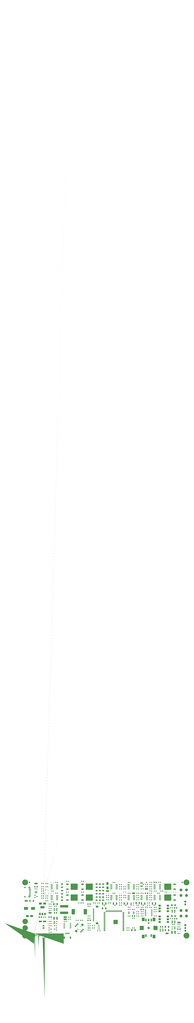
<source format=gbr>
G04 #@! TF.GenerationSoftware,KiCad,Pcbnew,7.0.8*
G04 #@! TF.CreationDate,2024-04-21T12:19:53-07:00*
G04 #@! TF.ProjectId,UsbSourceMeasure,55736253-6f75-4726-9365-4d6561737572,rev?*
G04 #@! TF.SameCoordinates,PX8f0d180PY7270e00*
G04 #@! TF.FileFunction,Soldermask,Top*
G04 #@! TF.FilePolarity,Negative*
%FSLAX46Y46*%
G04 Gerber Fmt 4.6, Leading zero omitted, Abs format (unit mm)*
G04 Created by KiCad (PCBNEW 7.0.8) date 2024-04-21 12:19:53*
%MOMM*%
%LPD*%
G01*
G04 APERTURE LIST*
G04 Aperture macros list*
%AMRoundRect*
0 Rectangle with rounded corners*
0 $1 Rounding radius*
0 $2 $3 $4 $5 $6 $7 $8 $9 X,Y pos of 4 corners*
0 Add a 4 corners polygon primitive as box body*
4,1,4,$2,$3,$4,$5,$6,$7,$8,$9,$2,$3,0*
0 Add four circle primitives for the rounded corners*
1,1,$1+$1,$2,$3*
1,1,$1+$1,$4,$5*
1,1,$1+$1,$6,$7*
1,1,$1+$1,$8,$9*
0 Add four rect primitives between the rounded corners*
20,1,$1+$1,$2,$3,$4,$5,0*
20,1,$1+$1,$4,$5,$6,$7,0*
20,1,$1+$1,$6,$7,$8,$9,0*
20,1,$1+$1,$8,$9,$2,$3,0*%
%AMRotRect*
0 Rectangle, with rotation*
0 The origin of the aperture is its center*
0 $1 length*
0 $2 width*
0 $3 Rotation angle, in degrees counterclockwise*
0 Add horizontal line*
21,1,$1,$2,0,0,$3*%
%AMFreePoly0*
4,1,107,4.000131,0.000004,4.000131,-3.982979,-0.000004,-3.982979,-0.000005,-0.854548,0.936157,-0.854548,0.936157,-0.858863,0.940434,-3.134843,1.588893,-3.134843,1.611884,-3.100844,1.633176,-3.065877,1.652739,-3.030009,1.670551,-2.993306,1.686586,-2.955827,1.700818,-2.917640,1.713220,-2.878808,1.723766,-2.839396,1.732432,-2.799472,1.739192,-2.759095,1.743745,-2.717394,1.746248,-2.675653,
1.746712,-2.633940,1.745148,-2.592330,1.741569,-2.550897,1.735985,-2.509710,1.728408,-2.468844,1.718850,-2.428373,1.707323,-2.388365,1.693838,-2.348899,1.678406,-2.310038,1.661039,-2.271866,1.641750,-2.234450,1.620549,-2.197861,1.597445,-2.162169,1.597452,-2.162164,1.629285,-2.179133,1.660284,-2.197709,1.690331,-2.217715,1.719304,-2.238974,1.747082,-2.261307,1.773546,-2.284537,
1.802314,-2.311059,1.831203,-2.337822,1.861047,-2.362916,1.892678,-2.384431,1.926934,-2.400458,1.964649,-2.409088,2.003031,-2.409908,2.038540,-2.402782,2.071523,-2.388775,2.102329,-2.368957,2.131305,-2.344397,2.158800,-2.316166,2.185161,-2.285334,2.210738,-2.252967,2.235876,-2.220138,2.260927,-2.187915,2.287705,-2.155213,2.316441,-2.124162,2.347033,-2.094863,2.379377,-2.067420,
2.413372,-2.041932,2.413375,-2.041939,2.397989,-2.076913,2.383089,-2.111926,2.368645,-2.147012,2.354612,-2.182212,2.340954,-2.217562,2.327635,-2.253098,2.314614,-2.288862,2.301936,-2.325856,2.289635,-2.363044,2.277663,-2.400404,2.265971,-2.437920,2.254511,-2.475570,2.243236,-2.513335,2.232095,-2.551199,2.221042,-2.589139,2.199005,-2.665179,2.187924,-2.703238,2.176159,-2.742420,
2.164289,-2.781508,2.152314,-2.820507,2.140232,-2.859430,2.128045,-2.898285,2.115751,-2.937081,2.103350,-2.975830,2.090843,-3.014538,2.078229,-3.053220,2.065507,-3.091880,2.052680,-3.130524,3.063970,-3.130524,3.063970,-0.856687,2.406959,-0.856687,2.406959,-1.631841,2.406956,-1.631845,1.998995,-1.432141,1.591030,-1.625385,1.591029,-0.854548,0.936157,-0.854548,-0.000005,-0.854548,
-0.000004,-0.000003,-0.000005,0.000000,-0.000004,0.000004,0.000000,0.000005,0.000003,0.000004,4.000127,0.000005,4.000131,0.000004,4.000131,0.000004,$1*%
%AMFreePoly1*
4,1,33,0.036027,-0.003545,0.070675,-0.014059,0.102598,-0.031126,0.130582,-0.054096,0.153545,-0.082086,0.170606,-0.114015,0.181110,-0.148661,0.184652,-0.184690,0.181103,-0.220713,0.170591,-0.255354,0.153530,-0.287274,0.130564,-0.315258,0.102580,-0.338220,0.070661,-0.355283,0.036022,-0.365792,0.000000,-0.369341,-0.036030,-0.365799,-0.070678,-0.355292,-0.102606,-0.338233,-0.130595,-0.315266,
-0.153564,-0.287282,-0.170632,-0.255361,-0.181144,-0.220713,-0.184694,-0.184689,-0.181150,-0.148651,-0.170641,-0.114001,-0.153576,-0.082067,-0.130608,-0.054080,-0.102615,-0.031109,-0.070681,-0.014044,-0.036033,-0.003538,0.000000,0.000005,0.036027,-0.003545,0.036027,-0.003545,$1*%
%AMFreePoly2*
4,1,658,0.539101,1.999822,0.607558,1.997641,0.674360,1.987085,0.738750,1.966967,0.799970,1.936100,0.857261,1.893296,0.909867,1.837368,0.947295,1.779784,0.972828,1.717646,0.987031,1.652537,0.990468,1.586037,0.983704,1.519730,0.967304,1.455197,0.941833,1.394021,0.907855,1.337782,0.865936,1.288063,0.816639,1.246447,0.762246,1.208846,0.702445,1.170308,0.638782,1.134532,
0.572800,1.105214,0.500333,1.076862,0.428842,1.046260,0.358375,1.013458,0.288979,0.978504,0.220702,0.941447,0.153590,0.902336,0.087693,0.861220,0.023055,0.818147,-0.040273,0.773167,-0.102246,0.726327,-0.162816,0.677678,-0.221936,0.627268,-0.279557,0.575145,-0.335634,0.521359,-0.390117,0.465958,-0.442960,0.408991,-0.494116,0.350508,-0.543537,0.290556,-0.591175,0.229185,
-0.636983,0.166443,-0.680914,0.102380,-0.722920,0.037044,-0.762955,-0.029516,-0.800969,-0.097251,-0.836917,-0.166112,-0.870750,-0.236051,-0.902422,-0.307018,-0.931884,-0.378965,-0.946361,-0.417472,-0.963538,-0.465849,-0.980395,-0.518348,-0.993907,-0.569222,-1.001051,-0.612725,-0.998806,-0.643109,-0.984147,-0.654629,-0.954052,-0.641537,-0.905498,-0.598087,-0.848121,-0.530761,-0.788262,-0.466464,
-0.726190,-0.405350,-0.662178,-0.347576,-0.596498,-0.293296,-0.529420,-0.242667,-0.461216,-0.195844,-0.392157,-0.152983,-0.322515,-0.114239,-0.252562,-0.079768,-0.182569,-0.049726,-0.112807,-0.024268,-0.043548,-0.003550,0.024937,0.012273,0.092376,0.023046,0.158498,0.028611,0.223032,0.028815,0.285705,0.023500,0.346246,0.012513,0.404385,-0.004304,0.408357,-0.005496,0.368444,0.054794,
0.334086,0.119384,0.304953,0.188773,0.280715,0.263459,0.228172,0.327517,0.181038,0.395393,0.141332,0.465874,0.111074,0.537750,0.092286,0.609808,0.086988,0.680838,0.094342,0.730381,0.189144,0.730381,0.250139,0.698352,0.308373,0.652761,0.358574,0.598830,0.395470,0.541779,0.350337,0.497117,0.329829,0.445952,0.321278,0.383330,0.312018,0.304298,0.281548,0.338867,
0.248832,0.377656,0.282139,0.332819,0.318217,0.289832,0.323224,0.280692,0.347778,0.201607,0.376724,0.128835,0.411641,0.062312,0.454109,0.001974,0.505706,-0.052242,0.542835,-0.085665,0.584787,-0.112805,0.619671,-0.131536,0.650185,-0.154342,0.676663,-0.180615,0.699436,-0.209746,0.718839,-0.241128,0.735205,-0.274152,0.748865,-0.308211,0.760154,-0.342697,0.769405,-0.377003,
0.776950,-0.410519,0.783122,-0.442639,0.788255,-0.472754,0.792681,-0.500257,0.796734,-0.524539,0.800746,-0.544993,0.805051,-0.561011,0.809982,-0.571985,0.815871,-0.577307,0.823052,-0.576369,0.831857,-0.568563,0.842620,-0.553282,0.855674,-0.529917,0.871352,-0.497861,0.889986,-0.456505,0.911910,-0.405242,0.937457,-0.343465,0.966960,-0.270564,1.000752,-0.185932,1.039165,-0.088961,
1.041151,-0.086178,1.045284,-0.079184,1.089694,-0.027221,1.129538,0.023621,1.164260,0.076409,1.193304,0.134212,1.216116,0.200098,1.232138,0.277133,1.240817,0.368387,1.241595,0.476926,1.245250,0.490120,1.260567,0.523843,1.276087,0.576751,1.282128,0.604489,1.262599,0.545794,1.241752,0.500849,1.212676,0.553102,1.181745,0.613607,1.136270,0.669772,1.063562,0.709003,
1.082841,0.745254,1.121490,0.806984,1.175186,0.876272,1.239599,0.935191,1.168720,0.914744,1.093846,0.875983,1.030010,0.829953,0.979282,0.783640,0.949434,0.746513,0.935048,0.735784,0.953408,0.730697,0.994801,0.710555,0.987773,0.692825,0.950583,0.677886,0.901489,0.666116,0.858749,0.657895,0.812120,0.654325,0.755893,0.651701,0.690015,0.638484,0.614433,0.603134,
0.559986,0.574983,0.506106,0.556576,0.462431,0.550422,0.438600,0.559028,0.444249,0.584903,0.489016,0.630554,0.467398,0.633020,0.384470,0.682968,0.310504,0.713445,0.245422,0.728050,0.189144,0.730381,0.094342,0.730381,0.097199,0.749627,0.113174,0.765762,0.167587,0.775563,0.232265,0.775198,0.306495,0.761173,0.389564,0.729997,0.480762,0.678176,0.571969,0.732862,
0.650122,0.767051,0.719636,0.784889,0.784928,0.790520,0.850416,0.788088,0.920515,0.781737,0.957270,0.825789,1.007863,0.871142,1.069537,0.914784,1.130204,0.949026,1.192633,0.974340,1.254325,0.986076,1.295256,0.983772,1.310436,0.973758,1.333537,0.921076,1.345122,0.856568,1.347650,0.784410,1.343579,0.708777,1.334498,0.634237,1.321086,0.565796,1.305880,0.514405,
1.287626,0.474396,1.286828,0.375931,1.279356,0.290126,1.265743,0.215225,1.246526,0.149470,1.222240,0.091107,1.193420,0.038378,1.160603,-0.010474,1.124322,-0.057205,1.085115,-0.103571,1.083446,-0.177576,1.076010,-0.250378,1.062782,-0.322162,1.043740,-0.393113,1.018860,-0.463416,0.988118,-0.533256,0.951492,-0.602817,0.908956,-0.672286,0.860489,-0.741846,0.806065,-0.811683,
0.745663,-0.881982,0.756472,-0.947711,0.770287,-1.014301,0.785641,-1.068836,0.813632,-1.145055,0.840752,-1.216629,0.867101,-1.284661,0.892779,-1.350253,0.917886,-1.414509,0.942522,-1.478530,0.966788,-1.543419,0.995910,-1.566312,1.044757,-1.588007,1.114539,-1.620275,1.149271,-1.660650,1.170141,-1.713305,1.189088,-1.780579,1.204985,-1.857120,1.204578,-1.935837,1.164771,-1.974521,
1.134344,-1.992754,1.110603,-1.994380,1.090852,-1.983243,1.072396,-1.963189,1.052539,-1.938060,1.028587,-1.911701,0.997845,-1.887956,0.957616,-1.870669,0.905207,-1.863685,0.837921,-1.870847,0.790739,-1.821326,0.738478,-1.767941,0.689627,-1.721032,0.652676,-1.690938,0.610474,-1.656847,0.672466,-1.656847,0.717101,-1.686805,0.762452,-1.726934,0.808431,-1.773687,0.854948,-1.823514,
0.937657,-1.826875,0.998358,-1.840582,1.041037,-1.861171,1.069678,-1.885180,1.088267,-1.909143,1.100790,-1.929596,1.111231,-1.943078,1.123577,-1.946122,1.141811,-1.935266,1.169921,-1.907045,1.162370,-1.847119,1.147207,-1.778334,1.130000,-1.719125,1.112538,-1.675128,1.091078,-1.649774,1.028688,-1.621321,0.974150,-1.596768,0.935857,-1.566322,0.902902,-1.617607,0.856084,-1.648684,
0.783305,-1.661212,0.672466,-1.656847,0.610474,-1.656847,0.599741,-1.648177,0.550497,-1.593563,0.504178,-1.530891,0.460018,-1.463956,0.417254,-1.396551,0.375121,-1.332472,0.356046,-1.304973,0.311220,-1.351308,0.270587,-1.389044,0.217366,-1.432260,0.156358,-1.477409,0.092364,-1.520940,0.030185,-1.559303,-0.022276,-1.593506,-0.038723,-1.613269,-0.005080,-1.629350,0.069129,-1.652214,
0.143252,-1.670774,0.186679,-1.674061,0.233570,-1.664692,0.314460,-1.649623,0.393123,-1.643189,0.453327,-1.646650,0.513146,-1.679772,0.569286,-1.742263,0.578539,-1.788453,0.555219,-1.822854,0.479669,-1.832427,0.404325,-1.842175,0.329128,-1.851650,0.254019,-1.860408,0.178940,-1.868002,0.103831,-1.873987,0.028633,-1.877915,-0.046712,-1.879341,-0.122263,-1.877819,-0.198080,-1.872903,
-0.274221,-1.864147,-0.349911,-1.869629,-0.424301,-1.874062,-0.497422,-1.876816,-0.569307,-1.877257,-0.639986,-1.874753,-0.709492,-1.868674,-0.777858,-1.858385,-0.845114,-1.843257,-0.849367,-1.841933,0.066982,-1.841933,0.537017,-1.783914,0.538844,-1.779542,0.535031,-1.760547,0.486708,-1.706979,0.444028,-1.681943,0.397453,-1.679799,0.328307,-1.684647,0.328307,-1.684566,0.283465,-1.690808,
0.240802,-1.699587,0.181923,-1.713413,0.151341,-1.720237,0.140215,-1.724128,0.139704,-1.729153,0.140966,-1.739378,0.135160,-1.758871,0.113446,-1.791701,0.066982,-1.841933,-0.849367,-1.841933,-0.911294,-1.822656,-0.976429,-1.795950,-1.040551,-1.762507,-1.103692,-1.721696,-1.165885,-1.672884,-1.212348,-1.618354,-1.252161,-1.557398,-1.285243,-1.490137,-1.311512,-1.416691,-1.330885,-1.337181,
-1.343281,-1.251728,-1.347564,-1.177441,-1.348448,-1.100429,-1.346083,-1.021242,-1.340618,-0.940434,-1.332202,-0.858555,-1.320985,-0.776158,-1.307116,-0.693795,-1.290746,-0.612017,-1.272023,-0.531377,-1.251097,-0.452427,-1.233093,-0.392328,-1.206022,-0.392328,-1.190921,-0.397097,-1.131191,-0.417022,-1.071645,-0.439421,-1.011776,-0.464812,-0.997391,-0.471329,-0.991351,-0.456785,-0.973468,-0.414926,
-0.955665,-0.370710,-0.950499,-0.357119,-0.963772,-0.351238,-1.023700,-0.325892,-1.085894,-0.302167,-1.149513,-0.280502,-1.158414,-0.277641,-1.165013,-0.284238,-1.167474,-0.286623,-1.168667,-0.289642,-1.185134,-0.333344,-1.200856,-0.377386,-1.206022,-0.392328,-1.233093,-0.392328,-1.228117,-0.375718,-1.201868,-0.302651,-1.173540,-0.230383,-1.143174,-0.158956,-1.130459,-0.131242,-1.101825,-0.131242,
-1.087281,-0.137600,-1.028718,-0.164327,-0.970553,-0.193585,-0.911952,-0.225663,-0.897487,-0.233928,-0.890413,-0.218827,-0.870811,-0.177318,-0.850595,-0.136408,-0.843839,-0.123294,-0.856714,-0.115982,-0.913735,-0.084696,-0.973001,-0.054224,-1.034189,-0.025536,-1.047463,-0.019655,-1.054059,-0.032609,-1.074941,-0.074637,-1.095070,-0.116936,-1.101825,-0.131242,-1.130459,-0.131242,-1.110809,-0.088412,
-1.076483,-0.018796,-1.040237,0.049852,-1.004776,0.112756,-0.974183,0.112756,-0.958765,0.105603,-0.901341,0.076836,-0.844946,0.044516,-0.788999,0.008401,-0.775487,-0.000739,-0.767142,0.013250,-0.743414,0.052895,-0.719217,0.091774,-0.710951,0.104411,-0.723509,0.112836,-0.778131,0.148142,-0.836070,0.182053,-0.896454,0.213138,-0.908693,0.218940,-0.916005,0.207495,-0.941062,0.167633,
-0.965441,0.127381,-0.974183,0.112756,-1.004776,0.112756,-1.002109,0.117487,-0.962140,0.184068,-0.920369,0.249551,-0.876834,0.313894,-0.851589,0.349125,-0.819439,0.349125,-0.804974,0.340382,-0.750711,0.306107,-0.696836,0.268967,-0.642679,0.229033,-0.630280,0.219655,-0.621061,0.232133,-0.593328,0.268939,-0.565029,0.305174,-0.555253,0.317493,-0.567652,0.327030,-0.619609,0.365670,
-0.674924,0.404138,-0.732490,0.440764,-0.744094,0.447758,-0.752518,0.437107,-0.781263,0.400157,-0.809425,0.362716,-0.819439,0.349125,-0.851589,0.349125,-0.831576,0.377054,-0.784634,0.438987,-0.736047,0.499653,-0.685855,0.559007,-0.674985,0.571188,-0.639897,0.571188,-0.625909,0.561173,-0.574343,0.522672,-0.523735,0.481675,-0.473152,0.437426,-0.461786,0.427093,-0.451454,0.438459,
-0.420100,0.471995,-0.388031,0.505141,-0.376903,0.516507,-0.388666,0.527236,-0.437989,0.570687,-0.490177,0.613448,-0.544444,0.654322,-0.555253,0.662111,-0.564473,0.652494,-0.596716,0.618480,-0.628373,0.583984,-0.639897,0.571188,-0.674985,0.571188,-0.634097,0.617007,-0.580813,0.673610,-0.526041,0.728773,-0.481240,0.771552,-0.442791,0.771552,-0.428406,0.760346,-0.378284,0.719168,
-0.329697,0.675354,-0.282086,0.628730,-0.271754,0.618239,-0.260865,0.628094,-0.226316,0.658016,-0.190924,0.687623,-0.178128,0.698273,-0.189811,0.710116,-0.236743,0.756540,-0.286368,0.802378,-0.338436,0.846660,-0.348371,0.854767,-0.358067,0.846421,-0.393922,0.815408,-0.429280,0.783792,-0.442791,0.771552,-0.481240,0.771552,-0.469822,0.782455,-0.412195,0.834611,-0.353199,0.885199,
-0.292874,0.934177,-0.264950,0.955624,-0.222239,0.955624,-0.208966,0.943067,-0.163067,0.897795,-0.117585,0.850019,-0.071707,0.799767,-0.062408,0.789435,-0.051201,0.797621,-0.013563,0.824218,0.024780,0.850316,0.039324,0.860171,0.027721,0.873285,-0.016237,0.921930,-0.062630,0.971223,-0.111049,1.019922,-0.120109,1.028745,-0.130521,1.021512,-0.169226,0.994357,-0.207535,0.966513,
-0.222239,0.955624,-0.264950,0.955624,-0.231259,0.981501,-0.168393,1.027130,-0.104316,1.071019,-0.041495,1.111561,0.008408,1.111561,0.021760,1.097573,0.065671,1.049643,0.108075,0.999192,0.149561,0.945769,0.157827,0.934801,0.169669,0.941715,0.209867,0.964619,0.250578,0.986859,0.266156,0.995205,0.255665,1.009511,0.215784,1.061849,0.172640,1.114719,0.126830,1.166322,
0.118644,1.175064,0.108153,1.169342,0.066345,1.145725,0.025018,1.121416,0.008408,1.111561,-0.041495,1.111561,-0.039068,1.113127,0.027313,1.153410,0.094786,1.191827,0.163313,1.228334,0.198303,1.245720,0.258049,1.245720,0.272117,1.230699,0.316509,1.180743,0.358391,1.128010,0.396739,1.073729,0.403892,1.062841,0.415814,1.068166,0.458510,1.087186,0.501253,1.105282,
0.518500,1.112197,0.508485,1.127774,0.470389,1.183780,0.428851,1.238214,0.384499,1.290387,0.377505,1.298255,0.367649,1.294520,0.320718,1.275681,0.276329,1.255019,0.258049,1.245720,0.198303,1.245720,0.232854,1.262888,0.293742,1.290200,0.357548,1.315170,0.422661,1.340339,0.459112,1.356037,0.523109,1.356037,0.536462,1.341094,0.580772,1.288958,0.620883,1.236456,
0.655600,1.185317,0.663309,1.173156,0.675946,1.180071,0.718232,1.204903,0.758763,1.232925,0.770049,1.241508,0.762419,1.253430,0.725662,1.306841,0.684391,1.359600,0.639625,1.411353,0.630167,1.421844,0.618881,1.413261,0.580894,1.387379,0.540913,1.365097,0.523109,1.356037,0.459112,1.356037,0.487468,1.368249,0.550359,1.401443,0.609722,1.442463,0.663945,1.493852,
0.686429,1.535811,0.692671,1.589111,0.676185,1.640728,0.625980,1.693086,0.551642,1.710113,0.493154,1.700896,0.437645,1.685006,0.383992,1.675418,0.331071,1.685105,0.277760,1.727041,0.247097,1.786282,0.250814,1.844256,0.280839,1.896894,0.329103,1.940123,0.392626,1.973563,0.462266,1.992742,0.539005,1.999890,0.539101,1.999822,0.539101,1.999822,$1*%
%AMFreePoly3*
4,1,596,0.029440,-0.000717,0.058811,-0.002883,0.088039,-0.006486,0.117055,-0.011519,0.145788,-0.017968,0.174172,-0.025819,0.202135,-0.035052,0.229611,-0.045645,0.256536,-0.057576,0.282841,-0.070810,0.308463,-0.085317,0.333343,-0.101065,0.357421,-0.118014,0.380637,-0.136123,0.402936,-0.155349,0.424266,-0.175647,0.444572,-0.196965,0.463808,-0.219253,0.481926,-0.242458,0.498883,-0.266524,
0.514639,-0.291393,0.529154,-0.317004,0.542396,-0.343296,0.554330,-0.370206,0.564929,-0.397668,0.574167,-0.425619,0.582021,-0.453987,0.588474,-0.482707,0.593509,-0.511708,0.597114,-0.540923,0.599280,-0.570278,0.600003,-0.599704,0.598396,-0.643017,0.593668,-0.686061,0.593795,-0.685749,0.593802,-0.685754,0.607867,-0.710266,0.622961,-0.734161,0.639055,-0.757396,0.656120,-0.779927,
0.674125,-0.801715,0.693039,-0.822719,0.712825,-0.842904,0.733452,-0.862232,0.754879,-0.880669,0.777069,-0.898181,0.799983,-0.914737,0.823577,-0.930307,0.847811,-0.944863,0.872644,-0.958379,0.898021,-0.970829,0.923911,-0.982196,0.923907,-0.982203,0.896618,-0.989595,0.869040,-0.995825,0.841222,-1.000879,0.813215,-1.004751,0.785069,-1.007431,0.756835,-1.008917,0.728563,-1.009205,
0.700304,-1.008294,0.672109,-1.006187,0.644029,-1.002887,0.616114,-0.998399,0.588415,-0.992733,0.560980,-0.985898,0.533861,-0.977906,0.507105,-0.968772,0.480758,-0.958510,0.481363,-0.957024,0.462548,-0.981125,0.442502,-1.004262,0.421301,-1.026348,0.399000,-1.047323,0.375658,-1.067134,0.351335,-1.085728,0.326090,-1.103060,0.299998,-1.119080,0.299515,-1.119048,0.324998,-1.142825,
0.349704,-1.167410,0.373603,-1.192774,0.396677,-1.218896,0.418907,-1.245757,0.440275,-1.273334,0.460764,-1.301605,0.480358,-1.330547,0.499040,-1.360138,0.516797,-1.390355,0.533613,-1.421172,0.549476,-1.452564,0.564372,-1.484506,0.578289,-1.516974,0.591217,-1.549941,0.603145,-1.583380,0.614063,-1.617267,0.623963,-1.651571,0.632837,-1.686266,0.640677,-1.721324,0.647478,-1.756718,
0.653234,-1.792418,0.657941,-1.828397,0.661594,-1.864627,0.664190,-1.901076,0.665728,-1.937716,0.666207,-1.974517,0.665625,-2.011453,0.663984,-2.048489,0.661285,-2.085600,0.657529,-2.122752,0.652721,-2.159921,0.646863,-2.197071,0.639961,-2.234176,0.632019,-2.271206,0.623045,-2.308129,0.613046,-2.344919,0.602029,-2.381543,0.590003,-2.417974,0.576979,-2.454182,0.562964,-2.490139,
0.547976,-2.525812,0.532018,-2.561179,0.515112,-2.596205,0.497264,-2.630867,0.478492,-2.665135,0.458809,-2.698984,0.438233,-2.732386,0.416783,-2.765307,0.394470,-2.797729,0.371315,-2.829625,0.347337,-2.860968,0.322554,-2.891732,0.296986,-2.921894,0.270653,-2.951430,0.243579,-2.980314,0.215779,-3.008527,0.187287,-3.036039,0.158115,-3.062837,0.128289,-3.088893,0.097835,-3.114190,
0.066777,-3.138705,0.035139,-3.162419,0.003065,-3.185229,0.006784,-3.191718,0.009651,-3.199064,0.114415,-3.544087,0.139714,-3.533658,0.165294,-3.523923,0.191131,-3.514891,0.217207,-3.506569,0.243500,-3.498963,0.269991,-3.492080,0.296661,-3.485923,0.323489,-3.480499,0.350456,-3.475811,0.377541,-3.471862,0.404726,-3.468656,0.431986,-3.466194,0.459304,-3.464479,0.486659,-3.463512,
0.514030,-3.463294,0.541402,-3.463827,0.541403,-3.463831,0.494284,-3.483372,0.474774,-3.530476,0.494284,-3.577580,0.541402,-3.597121,0.541398,-3.597128,0.493785,-3.616381,0.473999,-3.663753,0.493785,-3.711125,0.541402,-3.730381,0.541397,-3.730388,0.513052,-3.730933,0.484703,-3.730675,0.456372,-3.729614,0.428085,-3.727750,0.399859,-3.725085,0.371721,-3.721621,0.343693,-3.717362,
0.315798,-3.712312,0.288056,-3.706472,0.260491,-3.699849,0.233126,-3.692447,0.205981,-3.684273,0.179076,-3.675332,0.152441,-3.665635,0.126089,-3.655185,0.100045,-3.643993,0.095258,-3.646286,0.090259,-3.648090,0.049610,-3.644109,0.023696,-3.612548,0.021217,-3.604392,0.014625,-3.600785,0.008057,-3.597121,0.012742,-3.594505,0.017425,-3.591922,-0.088345,-3.243604,-0.135148,-3.270352,
-0.182738,-3.295394,-0.231042,-3.318693,-0.279988,-3.340214,-0.329502,-3.359924,-0.379511,-3.377793,-0.429936,-3.393795,-0.480708,-3.407906,-0.480963,-3.407547,-0.480207,-3.415243,-0.446066,-3.761711,-0.421205,-3.751719,-0.396077,-3.742395,-0.370708,-3.733747,-0.345117,-3.725782,-0.319321,-3.718505,-0.293340,-3.711922,-0.267191,-3.706037,-0.240894,-3.700855,-0.214467,-3.696379,-0.187930,-3.692612,
-0.161301,-3.689558,-0.134600,-3.687218,-0.107846,-3.685594,-0.081058,-3.684688,-0.054255,-3.684499,-0.027452,-3.685032,-0.027455,-3.685039,-0.075068,-3.704291,-0.094854,-3.751664,-0.075068,-3.799036,-0.027452,-3.818296,-0.074117,-3.838071,-0.093382,-3.884923,-0.074116,-3.931775,-0.027452,-3.951552,-0.027457,-3.951559,-0.055804,-3.952105,-0.084155,-3.951847,-0.112489,-3.950786,-0.140779,-3.948923,
-0.169006,-3.946259,-0.197146,-3.942795,-0.225176,-3.938536,-0.253074,-3.933486,-0.280819,-3.927646,-0.308385,-3.921023,-0.335753,-3.913621,-0.362900,-3.905446,-0.389804,-3.896506,-0.416444,-3.886806,-0.442798,-3.876356,-0.468843,-3.865164,-0.478580,-3.869226,-0.488931,-3.871292,-0.526879,-3.860219,-0.546775,-3.826078,-0.553799,-3.822217,-0.560798,-3.818296,-0.560793,-3.818289,-0.554640,-3.814842,
-0.548464,-3.811438,-0.585976,-3.430657,-0.615532,-3.435636,-0.645370,-3.439999,-0.675217,-3.443700,-0.705053,-3.446737,-0.734864,-3.449108,-0.764637,-3.450813,-0.794355,-3.451850,-0.824003,-3.452219,-0.853567,-3.451919,-0.883030,-3.450951,-0.912379,-3.449316,-0.941598,-3.447014,-0.970672,-3.444046,-0.999586,-3.440413,-1.028326,-3.436119,-1.056877,-3.431164,-1.085225,-3.425551,-1.113355,-3.419284,
-1.141254,-3.412365,-1.168905,-3.404799,-1.196297,-3.396587,-1.223414,-3.387735,-1.250242,-3.378250,-1.276768,-3.368132,-1.302980,-3.357389,-1.328862,-3.346026,-1.354403,-3.334049,-1.379589,-3.321462,-1.404408,-3.308275,-1.428846,-3.294493,-1.452891,-3.280122,-1.476529,-3.265172,-1.477022,-3.265077,-1.446543,-3.224474,-1.417636,-3.182746,-1.390340,-3.139949,-1.364694,-3.096144,-1.340734,-3.051392,
-1.318499,-3.005764,-1.298017,-2.959321,-1.279319,-2.912132,-1.262431,-2.864265,-1.247380,-2.815791,-1.246537,-2.812658,-1.035179,-2.812658,-1.033529,-2.862646,-1.030089,-2.912768,-1.024842,-2.962983,-1.015738,-2.991432,-0.996825,-3.014556,-0.970743,-3.029130,-0.941130,-3.033121,-0.890667,-3.029564,-0.840655,-3.024246,-0.791131,-3.017197,-0.742127,-3.008447,-0.693679,-2.998023,-0.645821,-2.985953,
-0.598587,-2.972267,-0.552011,-2.956992,-0.506126,-2.940157,-0.460968,-2.921791,-0.416568,-2.901922,-0.372967,-2.880580,-0.330193,-2.857790,-0.288281,-2.833583,-0.247267,-2.807986,-0.207183,-2.781029,-0.168065,-2.752739,-0.129947,-2.723145,-0.092862,-2.692276,-0.056844,-2.660160,-0.021929,-2.626825,0.011849,-2.592302,0.044459,-2.556614,0.075863,-2.519795,0.106028,-2.481872,0.134921,-2.442871,
0.162507,-2.402822,0.188752,-2.361755,0.213623,-2.319694,0.237085,-2.276672,0.259099,-2.232720,0.279638,-2.187859,0.298665,-2.142121,0.316147,-2.095534,0.332048,-2.048126,0.346335,-1.999927,0.358974,-1.950965,0.360185,-1.919774,0.349355,-1.890493,0.328135,-1.867593,0.299755,-1.854556,0.268577,-1.853380,0.239320,-1.864214,0.216435,-1.885410,0.203403,-1.913745,0.190602,-1.962852,
0.175932,-2.011059,0.159440,-2.058331,0.141167,-2.104634,0.121157,-2.149933,0.099458,-2.194194,0.076110,-2.237380,0.051158,-2.279460,0.024646,-2.320397,-0.003382,-2.360157,-0.032882,-2.398706,-0.063811,-2.436010,-0.096124,-2.472031,-0.129779,-2.506738,-0.164729,-2.540095,-0.200932,-2.572068,-0.238344,-2.602621,-0.276920,-2.631721,-0.316618,-2.659332,-0.357394,-2.685422,-0.399202,-2.709952,
-0.441999,-2.732892,-0.485741,-2.754204,-0.530386,-2.773856,-0.575886,-2.791811,-0.622201,-2.808036,-0.669286,-2.822497,-0.717096,-2.835157,-0.765588,-2.845983,-0.814718,-2.854941,-0.864447,-2.861994,-0.866313,-2.810556,-0.866142,-2.759330,-0.863956,-2.708369,-0.859776,-2.657727,-0.853620,-2.607465,-0.845511,-2.557638,-0.835467,-2.508304,-0.823508,-2.459517,-0.809658,-2.411339,-0.793932,-2.363823,
-0.776354,-2.317028,-0.756943,-2.271009,-0.735716,-2.225822,-0.712699,-2.181529,-0.687911,-2.138186,-0.661369,-2.095845,-0.633097,-2.054569,-0.603110,-2.014409,-0.571432,-1.975424,-0.538086,-1.937676,-0.503087,-1.901216,-0.466457,-1.866103,-0.428216,-1.832395,-0.388385,-1.800146,-0.346984,-1.769416,-0.304033,-1.740261,-0.281666,-1.718500,-0.269334,-1.689839,-0.268914,-1.658646,-0.280470,-1.629664,
-0.302273,-1.607322,-0.330972,-1.595026,-0.337858,-1.593864,-0.344820,-1.593305,-0.348300,-1.593264,-0.351779,-1.593374,-0.372286,-1.597143,-0.391121,-1.606080,-0.433000,-1.634308,-0.473649,-1.663862,-0.513046,-1.694699,-0.551172,-1.726779,-0.588009,-1.760062,-0.623536,-1.794505,-0.657733,-1.830066,-0.690584,-1.866708,-0.722069,-1.904387,-0.752167,-1.943062,-0.780860,-1.982694,-0.808129,-2.023239,
-0.833954,-2.064658,-0.858315,-2.106909,-0.881196,-2.149952,-0.902575,-2.193745,-0.922434,-2.238247,-0.940754,-2.283417,-0.957515,-2.329215,-0.972698,-2.375600,-0.986285,-2.422528,-0.998254,-2.469961,-1.008589,-2.517857,-1.017269,-2.566176,-1.024275,-2.614875,-1.029589,-2.663914,-1.033190,-2.713250,-1.035060,-2.762846,-1.035179,-2.812658,-1.246537,-2.812658,-1.234187,-2.766780,-1.222871,-2.717303,
-1.213448,-2.667430,-1.205931,-2.617234,-1.200331,-2.566788,-1.196659,-2.516168,-1.194194,-2.479536,-1.190722,-2.442989,-1.186243,-2.406550,-1.180762,-2.370248,-1.174282,-2.334111,-1.166809,-2.298166,-1.158348,-2.262438,-1.148906,-2.226959,-1.138490,-2.191754,-1.127108,-2.156849,-1.114767,-2.122270,-1.101479,-2.088044,-1.087252,-2.054196,-1.072096,-2.020752,-1.056025,-1.987737,-1.039051,-1.955180,
-1.021189,-1.923104,-1.002447,-1.891530,-0.982841,-1.860483,-0.962388,-1.829988,-0.941103,-1.800069,-0.919000,-1.770746,-0.896096,-1.742041,-0.872414,-1.713982,-0.847965,-1.686582,-0.822772,-1.659868,-0.796850,-1.633856,-0.770222,-1.608568,-0.742907,-1.584023,-0.714926,-1.560239,-0.686300,-1.537235,-0.657052,-1.515027,-0.630307,-1.494769,-0.604080,-1.473844,-0.578389,-1.452266,-0.553250,-1.430049,
-0.528677,-1.407207,-0.504689,-1.383754,-0.481296,-1.359704,-0.458518,-1.335074,-0.436367,-1.309878,-0.414858,-1.284135,-0.394004,-1.257857,-0.373816,-1.231063,-0.354312,-1.203771,-0.335500,-1.175996,-0.317393,-1.147757,-0.300005,-1.119075,-0.333345,-1.098353,-0.365260,-1.075495,-0.395613,-1.050596,-0.424268,-1.023772,-0.451108,-0.995128,-0.476018,-0.964788,-0.498887,-0.932887,-0.519621,-0.899560,
-0.538129,-0.864954,-0.554333,-0.829207,-0.568163,-0.792476,-0.579560,-0.754921,-0.588475,-0.716702,-0.594871,-0.677980,-0.598719,-0.638927,-0.600003,-0.599704,-0.599280,-0.570278,-0.597113,-0.540922,-0.593508,-0.511708,-0.588474,-0.482707,-0.582020,-0.453985,-0.578804,-0.442370,-0.008102,-0.442370,0.001954,-0.471895,0.022546,-0.495328,0.050540,-0.509103,0.081659,-0.511123,0.111189,-0.501098,
0.134639,-0.480549,0.148446,-0.452598,0.168442,-0.420921,0.200025,-0.413066,0.231581,-0.420918,0.251565,-0.452600,0.265374,-0.480559,0.288833,-0.501113,0.318374,-0.511135,0.349504,-0.509103,0.377499,-0.495327,0.398089,-0.471896,0.408147,-0.442370,0.406137,-0.411248,0.387621,-0.364843,0.360167,-0.325866,0.325727,-0.294766,0.286255,-0.271993,0.243699,-0.257998,0.200021,-0.253233,
0.156344,-0.257999,0.113790,-0.271993,0.074317,-0.294766,0.039877,-0.325866,0.012423,-0.364844,-0.006093,-0.411248,-0.008102,-0.442370,-0.578804,-0.442370,-0.574167,-0.425618,-0.564929,-0.397668,-0.554330,-0.370206,-0.542393,-0.343292,-0.529152,-0.317001,-0.514639,-0.291392,-0.498883,-0.266524,-0.481925,-0.242457,-0.463808,-0.219253,-0.444571,-0.196964,-0.424265,-0.175646,-0.402936,-0.155349,
-0.380634,-0.136121,-0.357421,-0.118014,-0.333343,-0.101065,-0.308461,-0.085316,-0.282838,-0.070808,-0.256534,-0.057574,-0.229611,-0.045645,-0.202135,-0.035052,-0.174171,-0.025819,-0.145788,-0.017968,-0.117055,-0.011519,-0.088039,-0.006486,-0.058810,-0.002883,-0.029440,-0.000717,0.000000,0.000005,0.029440,-0.000717,0.029440,-0.000717,$1*%
G04 Aperture macros list end*
%ADD10C,2.500000*%
%ADD11C,0.700000*%
%ADD12C,0.650000*%
%ADD13RoundRect,0.250000X-1.175000X-0.450000X1.175000X-0.450000X1.175000X0.450000X-1.175000X0.450000X0*%
%ADD14RoundRect,0.200000X-0.200000X-0.275000X0.200000X-0.275000X0.200000X0.275000X-0.200000X0.275000X0*%
%ADD15RoundRect,0.150000X-0.150000X-0.625000X0.150000X-0.625000X0.150000X0.625000X-0.150000X0.625000X0*%
%ADD16RoundRect,0.250000X-0.350000X-0.650000X0.350000X-0.650000X0.350000X0.650000X-0.350000X0.650000X0*%
%ADD17RoundRect,0.250000X1.000000X0.650000X-1.000000X0.650000X-1.000000X-0.650000X1.000000X-0.650000X0*%
%ADD18RoundRect,0.225000X-0.225000X-0.250000X0.225000X-0.250000X0.225000X0.250000X-0.225000X0.250000X0*%
%ADD19RoundRect,0.225000X0.225000X0.250000X-0.225000X0.250000X-0.225000X-0.250000X0.225000X-0.250000X0*%
%ADD20RoundRect,0.250000X0.250000X0.475000X-0.250000X0.475000X-0.250000X-0.475000X0.250000X-0.475000X0*%
%ADD21RoundRect,0.250000X0.375000X1.075000X-0.375000X1.075000X-0.375000X-1.075000X0.375000X-1.075000X0*%
%ADD22RoundRect,0.150000X-0.587500X-0.150000X0.587500X-0.150000X0.587500X0.150000X-0.587500X0.150000X0*%
%ADD23RoundRect,0.150000X-0.512500X-0.150000X0.512500X-0.150000X0.512500X0.150000X-0.512500X0.150000X0*%
%ADD24R,7.500000X2.200000*%
%ADD25RoundRect,0.150000X-0.825000X-0.150000X0.825000X-0.150000X0.825000X0.150000X-0.825000X0.150000X0*%
%ADD26RoundRect,0.200000X0.200000X0.275000X-0.200000X0.275000X-0.200000X-0.275000X0.200000X-0.275000X0*%
%ADD27RoundRect,0.250000X-0.325000X-0.650000X0.325000X-0.650000X0.325000X0.650000X-0.325000X0.650000X0*%
%ADD28RoundRect,0.250000X1.175000X0.450000X-1.175000X0.450000X-1.175000X-0.450000X1.175000X-0.450000X0*%
%ADD29RoundRect,0.250000X-0.850000X-0.350000X0.850000X-0.350000X0.850000X0.350000X-0.850000X0.350000X0*%
%ADD30RoundRect,0.249997X-2.950003X-2.650003X2.950003X-2.650003X2.950003X2.650003X-2.950003X2.650003X0*%
%ADD31RoundRect,0.250000X-0.650000X0.325000X-0.650000X-0.325000X0.650000X-0.325000X0.650000X0.325000X0*%
%ADD32C,0.800000*%
%ADD33C,5.400000*%
%ADD34R,1.000000X1.050000*%
%ADD35R,1.050000X2.200000*%
%ADD36R,0.650000X0.400000*%
%ADD37RoundRect,0.250000X-0.250000X-0.475000X0.250000X-0.475000X0.250000X0.475000X-0.250000X0.475000X0*%
%ADD38RoundRect,0.112500X0.187500X0.112500X-0.187500X0.112500X-0.187500X-0.112500X0.187500X-0.112500X0*%
%ADD39C,1.550000*%
%ADD40C,2.050000*%
%ADD41R,1.300000X2.400000*%
%ADD42R,2.500000X3.200000*%
%ADD43R,3.750000X4.000000*%
%ADD44RoundRect,0.150000X0.587500X0.150000X-0.587500X0.150000X-0.587500X-0.150000X0.587500X-0.150000X0*%
%ADD45R,1.700000X1.700000*%
%ADD46O,1.700000X1.700000*%
%ADD47C,0.787400*%
%ADD48C,0.990600*%
%ADD49C,0.650000*%
%ADD50R,1.150000X0.300000*%
%ADD51O,2.100000X1.000000*%
%ADD52O,1.600000X1.000000*%
%ADD53C,2.600000*%
%ADD54RoundRect,0.250000X0.625000X-0.350000X0.625000X0.350000X-0.625000X0.350000X-0.625000X-0.350000X0*%
%ADD55O,1.750000X1.200000*%
%ADD56R,0.750000X0.250000*%
%ADD57RoundRect,0.150000X0.512500X0.150000X-0.512500X0.150000X-0.512500X-0.150000X0.512500X-0.150000X0*%
%ADD58RoundRect,0.250000X-1.000000X-0.650000X1.000000X-0.650000X1.000000X0.650000X-1.000000X0.650000X0*%
%ADD59C,0.600000*%
%ADD60R,3.900000X3.900000*%
%ADD61R,1.500000X0.900000*%
%ADD62R,0.900000X1.500000*%
%ADD63RoundRect,0.250000X0.850000X0.350000X-0.850000X0.350000X-0.850000X-0.350000X0.850000X-0.350000X0*%
%ADD64RoundRect,0.249997X2.950003X2.650003X-2.950003X2.650003X-2.950003X-2.650003X2.950003X-2.650003X0*%
%ADD65FreePoly0,0.000000*%
%ADD66FreePoly1,0.000000*%
%ADD67R,0.850000X0.650000*%
%ADD68RoundRect,0.218750X0.218750X0.256250X-0.218750X0.256250X-0.218750X-0.256250X0.218750X-0.256250X0*%
%ADD69C,1.152000*%
%ADD70RoundRect,0.250000X-0.312500X-0.625000X0.312500X-0.625000X0.312500X0.625000X-0.312500X0.625000X0*%
%ADD71RoundRect,0.112500X-0.187500X-0.112500X0.187500X-0.112500X0.187500X0.112500X-0.187500X0.112500X0*%
%ADD72RoundRect,0.250000X0.325000X0.650000X-0.325000X0.650000X-0.325000X-0.650000X0.325000X-0.650000X0*%
%ADD73FreePoly2,0.000000*%
%ADD74R,1.500000X2.000000*%
%ADD75R,3.800000X2.000000*%
%ADD76R,2.000000X1.780000*%
%ADD77RoundRect,0.062500X0.275000X0.062500X-0.275000X0.062500X-0.275000X-0.062500X0.275000X-0.062500X0*%
%ADD78RoundRect,0.062500X0.062500X0.275000X-0.062500X0.275000X-0.062500X-0.275000X0.062500X-0.275000X0*%
%ADD79R,1.450000X1.450000*%
%ADD80R,1.400000X0.300000*%
%ADD81RoundRect,0.150000X0.150000X-0.587500X0.150000X0.587500X-0.150000X0.587500X-0.150000X-0.587500X0*%
%ADD82R,1.050000X1.000000*%
%ADD83R,2.200000X1.050000*%
%ADD84RoundRect,0.250000X-0.650000X1.000000X-0.650000X-1.000000X0.650000X-1.000000X0.650000X1.000000X0*%
%ADD85RoundRect,0.250000X-1.500000X-1.000000X1.500000X-1.000000X1.500000X1.000000X-1.500000X1.000000X0*%
%ADD86R,3.100000X5.000000*%
%ADD87R,0.700000X0.340000*%
%ADD88RoundRect,0.250000X0.275000X0.700000X-0.275000X0.700000X-0.275000X-0.700000X0.275000X-0.700000X0*%
%ADD89RoundRect,0.218750X-0.218750X-0.256250X0.218750X-0.256250X0.218750X0.256250X-0.218750X0.256250X0*%
%ADD90FreePoly3,0.000000*%
%ADD91RoundRect,0.100000X-0.637500X-0.100000X0.637500X-0.100000X0.637500X0.100000X-0.637500X0.100000X0*%
%ADD92RoundRect,0.250000X-0.375000X-1.075000X0.375000X-1.075000X0.375000X1.075000X-0.375000X1.075000X0*%
%ADD93C,0.750000*%
%ADD94C,1.050000*%
%ADD95RotRect,1.350000X1.000000X315.000000*%
%ADD96RotRect,2.000000X1.800000X315.000000*%
%ADD97R,1.300000X0.300000*%
%ADD98R,2.200000X1.800000*%
G04 APERTURE END LIST*
D10*
X-70750000Y-5000000D02*
G75*
G03*
X-70750000Y-5000000I-1250000J0D01*
G01*
X-70750000Y1000000D02*
G75*
G03*
X-70750000Y1000000I-1250000J0D01*
G01*
D11*
X-48000000Y-12000000D02*
G75*
G03*
X-48000000Y-12000000I-250000J0D01*
G01*
X-46500000Y-12000000D02*
G75*
G03*
X-46500000Y-12000000I-250000J0D01*
G01*
X-45000000Y-12000000D02*
G75*
G03*
X-45000000Y-12000000I-250000J0D01*
G01*
X-43500000Y-12000000D02*
G75*
G03*
X-43500000Y-12000000I-250000J0D01*
G01*
D12*
X-67675000Y-12000000D02*
G75*
G03*
X-67675000Y-12000000I-325000J0D01*
G01*
G36*
X-57978401Y-11468244D02*
G01*
X-57947791Y-11523399D01*
X-57922052Y-11596850D01*
X-57904869Y-11671383D01*
X-57899931Y-11729782D01*
X-57910925Y-11754832D01*
X-57963701Y-11750294D01*
X-58038256Y-11732736D01*
X-58107482Y-11709118D01*
X-58144274Y-11686402D01*
X-58141199Y-11649465D01*
X-58114640Y-11588789D01*
X-58073233Y-11519735D01*
X-58025613Y-11457663D01*
X-58010194Y-11448602D01*
X-57978401Y-11468244D01*
G37*
G36*
X-58476414Y-11534917D02*
G01*
X-58415410Y-11554227D01*
X-58342229Y-11605346D01*
X-58280367Y-11663076D01*
X-58253318Y-11702219D01*
X-58273410Y-11741641D01*
X-58324944Y-11797681D01*
X-58389068Y-11845649D01*
X-58446928Y-11860857D01*
X-58476002Y-11834704D01*
X-58497810Y-11778355D01*
X-58511117Y-11706177D01*
X-58514690Y-11632536D01*
X-58507296Y-11571800D01*
X-58487700Y-11538334D01*
X-58476414Y-11534916D01*
X-58476414Y-11534917D01*
G37*
G36*
X-58143151Y-11723729D02*
G01*
X-58083691Y-11774504D01*
X-58026216Y-11838351D01*
X-57983676Y-11898283D01*
X-57969024Y-11937315D01*
X-58007129Y-11990319D01*
X-58077312Y-12049661D01*
X-58131398Y-12080456D01*
X-58195396Y-12069040D01*
X-58282874Y-12035591D01*
X-58326995Y-11995970D01*
X-58319168Y-11951132D01*
X-58297990Y-11876675D01*
X-58267191Y-11795342D01*
X-58230498Y-11729873D01*
X-58191643Y-11703012D01*
X-58143151Y-11723729D01*
G37*
X-67675000Y37000000D02*
G75*
G03*
X-67675000Y37000000I-325000J0D01*
G01*
X73325000Y37000000D02*
G75*
G03*
X73325000Y37000000I-325000J0D01*
G01*
D13*
X-35000000Y5000000D03*
D14*
X-56825000Y27000000D03*
X-55175000Y27000000D03*
D15*
X-34500000Y-10000000D03*
X-33500000Y-10000000D03*
X-32500000Y-10000000D03*
X-31500000Y-10000000D03*
D16*
X-35800000Y-13875000D03*
X-30200000Y-13875000D03*
D17*
X-54000000Y17500000D03*
X-58000000Y17500000D03*
D18*
X47225000Y14000000D03*
X48775000Y14000000D03*
D19*
X-12225000Y4000000D03*
X-13775000Y4000000D03*
D20*
X48950000Y37000000D03*
X47050000Y37000000D03*
D21*
X-42600000Y4000000D03*
X-45400000Y4000000D03*
D22*
X-49937500Y-5050000D03*
X-49937500Y-6950000D03*
X-48062500Y-6000000D03*
D23*
X63862500Y1450000D03*
X63862500Y500000D03*
X63862500Y-450000D03*
X66137500Y-450000D03*
X66137500Y500000D03*
X66137500Y1450000D03*
D18*
X-49775000Y1000000D03*
X-48225000Y1000000D03*
D19*
X-51225000Y33000000D03*
X-52775000Y33000000D03*
D18*
X39225000Y33000000D03*
X40775000Y33000000D03*
X70775000Y-10000000D03*
X69225000Y-10000000D03*
D20*
X-43050000Y9000000D03*
X-44950000Y9000000D03*
D24*
X-36000000Y15000000D03*
X-36000000Y9000000D03*
D20*
X-12050000Y17000000D03*
X-13950000Y17000000D03*
D25*
X47525000Y24905000D03*
X47525000Y23635000D03*
X47525000Y22365000D03*
X47525000Y21095000D03*
X52475000Y21095000D03*
X52475000Y22365000D03*
X52475000Y23635000D03*
X52475000Y24905000D03*
D26*
X32825000Y25000000D03*
X31175000Y25000000D03*
D19*
X24775000Y27000000D03*
X23225000Y27000000D03*
D14*
X43175000Y27000000D03*
X44825000Y27000000D03*
X19175000Y23000000D03*
X20825000Y23000000D03*
D27*
X30525000Y18000000D03*
X33475000Y18000000D03*
D25*
X23525000Y34905000D03*
X23525000Y33635000D03*
X23525000Y32365000D03*
X23525000Y31095000D03*
X28475000Y31095000D03*
X28475000Y32365000D03*
X28475000Y33635000D03*
X28475000Y34905000D03*
X-47475000Y34905000D03*
X-47475000Y33635000D03*
X-47475000Y32365000D03*
X-47475000Y31095000D03*
X-42525000Y31095000D03*
X-42525000Y32365000D03*
X-42525000Y33635000D03*
X-42525000Y34905000D03*
D14*
X-56825000Y36000000D03*
X-55175000Y36000000D03*
X15175000Y35000000D03*
X16825000Y35000000D03*
D26*
X16825000Y31000000D03*
X15175000Y31000000D03*
X42825000Y18000000D03*
X41175000Y18000000D03*
D14*
X-20825000Y2000000D03*
X-19175000Y2000000D03*
D26*
X-12175000Y-7000000D03*
X-13825000Y-7000000D03*
D14*
X41175000Y16000000D03*
X42825000Y16000000D03*
D28*
X4000000Y29000000D03*
D25*
X-47475000Y24905000D03*
X-47475000Y23635000D03*
X-47475000Y22365000D03*
X-47475000Y21095000D03*
X-42525000Y21095000D03*
X-42525000Y22365000D03*
X-42525000Y23635000D03*
X-42525000Y24905000D03*
D26*
X-48175000Y17000000D03*
X-49825000Y17000000D03*
D14*
X3175000Y25000000D03*
X4825000Y25000000D03*
D29*
X-33040000Y35280000D03*
D30*
X-26740000Y33000000D03*
D29*
X-33040000Y30720000D03*
D14*
X-56825000Y29000000D03*
X-55175000Y29000000D03*
D19*
X22225000Y-7000000D03*
X23775000Y-7000000D03*
D14*
X-44825000Y-3000000D03*
X-43175000Y-3000000D03*
D31*
X-3000000Y23475000D03*
X-3000000Y20525000D03*
D20*
X-61050000Y33000000D03*
X-62950000Y33000000D03*
D14*
X-33825000Y28000000D03*
X-32175000Y28000000D03*
D22*
X-62937500Y24950000D03*
X-62937500Y23050000D03*
X-61062500Y24000000D03*
D32*
X74975000Y-12000000D03*
X75568109Y-10568109D03*
X75568109Y-13431891D03*
X77000000Y-9975000D03*
D33*
X77000000Y-12000000D03*
D32*
X77000000Y-14025000D03*
X78431891Y-10568109D03*
X78431891Y-13431891D03*
X79025000Y-12000000D03*
D34*
X11000000Y15950000D03*
D35*
X9525000Y17475000D03*
X12475000Y17475000D03*
D14*
X35175000Y31000000D03*
X36825000Y31000000D03*
D23*
X25862500Y17950000D03*
X25862500Y17000000D03*
X25862500Y16050000D03*
X28137500Y16050000D03*
X28137500Y17950000D03*
D20*
X67950000Y3500000D03*
X66050000Y3500000D03*
X-57050000Y5000000D03*
X-58950000Y5000000D03*
D26*
X32825000Y31000000D03*
X31175000Y31000000D03*
X6825000Y18000000D03*
X5175000Y18000000D03*
D31*
X-6000000Y23475000D03*
X-6000000Y20525000D03*
D36*
X20950000Y27350000D03*
X20950000Y28000000D03*
X20950000Y28650000D03*
X19050000Y28650000D03*
X19050000Y28000000D03*
X19050000Y27350000D03*
D26*
X-12175000Y6000000D03*
X-13825000Y6000000D03*
D37*
X53050000Y-4000000D03*
X54950000Y-4000000D03*
D26*
X-12175000Y-1000000D03*
X-13825000Y-1000000D03*
D14*
X-31825000Y5000000D03*
X-30175000Y5000000D03*
D26*
X-12175000Y-3000000D03*
X-13825000Y-3000000D03*
D31*
X0Y35475000D03*
X0Y32525000D03*
D14*
X-8175000Y-3000000D03*
X-9825000Y-3000000D03*
D19*
X36775000Y6000000D03*
X35225000Y6000000D03*
D38*
X68950000Y-8000000D03*
X71050000Y-8000000D03*
D31*
X-38000000Y29475000D03*
X-38000000Y26525000D03*
X-38000000Y23475000D03*
X-38000000Y20525000D03*
D39*
X42000000Y-500000D03*
D40*
X42000000Y-5000000D03*
D41*
X44500000Y2300000D03*
X39500000Y2300000D03*
X42000000Y2300000D03*
D42*
X47000000Y2900000D03*
X37000000Y2900000D03*
D43*
X48375000Y-5000000D03*
X35625000Y-5000000D03*
D42*
X47000000Y-12900000D03*
X37000000Y-12900000D03*
D41*
X39500000Y-12000000D03*
X44500000Y-12000000D03*
D14*
X-49825000Y15000000D03*
X-48175000Y15000000D03*
D44*
X-43062500Y-6950000D03*
X-43062500Y-5050000D03*
X-44937500Y-6000000D03*
D45*
X75900000Y19270000D03*
D46*
X75900000Y16730000D03*
D14*
X-19825000Y38000000D03*
X-18175000Y38000000D03*
X31175000Y8000000D03*
X32825000Y8000000D03*
D38*
X5050000Y27000000D03*
X2950000Y27000000D03*
D47*
X-3365000Y-6270000D03*
X-4635000Y-6270000D03*
X-3365000Y-5000000D03*
X-4635000Y-5000000D03*
X-3365000Y-3730000D03*
X-4635000Y-3730000D03*
D48*
X-5016000Y-7540000D03*
X-2984000Y-7540000D03*
X-4000000Y-2460000D03*
D13*
X28000000Y27000000D03*
D19*
X10775000Y27000000D03*
X9225000Y27000000D03*
D14*
X-8825000Y18000000D03*
X-7175000Y18000000D03*
X31175000Y14000000D03*
X32825000Y14000000D03*
D49*
X-68610000Y30890000D03*
X-68610000Y25110000D03*
D50*
X-67545000Y31350000D03*
X-67545000Y30550000D03*
X-67545000Y29250000D03*
X-67545000Y28250000D03*
X-67545000Y27750000D03*
X-67545000Y26750000D03*
X-67545000Y25450000D03*
X-67545000Y24650000D03*
X-67545000Y24950000D03*
X-67545000Y25750000D03*
X-67545000Y26250000D03*
X-67545000Y27250000D03*
X-67545000Y28750000D03*
X-67545000Y29750000D03*
X-67545000Y30250000D03*
X-67545000Y31050000D03*
D51*
X-68110000Y32320000D03*
D52*
X-72290000Y32320000D03*
D51*
X-68110000Y23680000D03*
D52*
X-72290000Y23680000D03*
D53*
X77000000Y25000000D03*
X77000000Y30080000D03*
X71920000Y25000000D03*
X71920000Y30080000D03*
D13*
X-71000000Y20000000D03*
D14*
X31175000Y6000000D03*
X32825000Y6000000D03*
D26*
X-55175000Y24500000D03*
X-56825000Y24500000D03*
D25*
X35525000Y24905000D03*
X35525000Y23635000D03*
X35525000Y22365000D03*
X35525000Y21095000D03*
X40475000Y21095000D03*
X40475000Y22365000D03*
X40475000Y23635000D03*
X40475000Y24905000D03*
D54*
X-55000000Y-5000000D03*
D55*
X-55000000Y-3000000D03*
D29*
X-19040000Y25280000D03*
D30*
X-12740000Y23000000D03*
D29*
X-19040000Y20720000D03*
D56*
X-50450000Y26250000D03*
X-50450000Y26750000D03*
X-50450000Y27250000D03*
X-50450000Y27750000D03*
X-53550000Y27750000D03*
X-53550000Y27250000D03*
X-53550000Y26750000D03*
X-53550000Y26250000D03*
D57*
X63862500Y-5950000D03*
X63862500Y-4050000D03*
X66137500Y-4050000D03*
X66137500Y-5000000D03*
X66137500Y-5950000D03*
D31*
X-3000000Y29475000D03*
X-3000000Y26525000D03*
D14*
X15175000Y33000000D03*
X16825000Y33000000D03*
X51175000Y37000000D03*
X52825000Y37000000D03*
D58*
X-70000000Y6000000D03*
X-66000000Y6000000D03*
D59*
X10100000Y1160000D03*
X10100000Y-240000D03*
X10800000Y1860000D03*
X10800000Y460000D03*
X10800000Y-940000D03*
X11500000Y1160000D03*
D60*
X11500000Y460000D03*
D59*
X11500000Y-240000D03*
X12200000Y1860000D03*
X12200000Y460000D03*
X12200000Y-940000D03*
X12900000Y1160000D03*
X12900000Y-240000D03*
D61*
X1250000Y-7260000D03*
X1250000Y-5990000D03*
X1250000Y-4720000D03*
X1250000Y-3450000D03*
X1250000Y-2180000D03*
X1250000Y-910000D03*
X1250000Y360000D03*
X1250000Y1630000D03*
X1250000Y2900000D03*
X1250000Y4170000D03*
X1250000Y5440000D03*
X1250000Y6710000D03*
X1250000Y7980000D03*
X1250000Y9250000D03*
D62*
X3015000Y10500000D03*
X4285000Y10500000D03*
X5555000Y10500000D03*
X6825000Y10500000D03*
X8095000Y10500000D03*
X9365000Y10500000D03*
X10635000Y10500000D03*
X11905000Y10500000D03*
X13175000Y10500000D03*
X14445000Y10500000D03*
X15715000Y10500000D03*
X16985000Y10500000D03*
D61*
X18750000Y9250000D03*
X18750000Y7980000D03*
X18750000Y6710000D03*
X18750000Y5440000D03*
X18750000Y4170000D03*
X18750000Y2900000D03*
X18750000Y1630000D03*
X18750000Y360000D03*
X18750000Y-910000D03*
X18750000Y-2180000D03*
X18750000Y-3450000D03*
X18750000Y-4720000D03*
X18750000Y-5990000D03*
X18750000Y-7260000D03*
D26*
X44825000Y21000000D03*
X43175000Y21000000D03*
D63*
X66040000Y20720000D03*
D64*
X59740000Y23000000D03*
D63*
X66040000Y25280000D03*
D27*
X-475000Y13000000D03*
X2475000Y13000000D03*
D23*
X-45137500Y950000D03*
X-45137500Y0D03*
X-45137500Y-950000D03*
X-42862500Y-950000D03*
X-42862500Y950000D03*
D65*
X-56000064Y-10008513D03*
D66*
X-54024680Y-11852886D03*
D13*
X-54000000Y1000000D03*
D14*
X-49825000Y-9000000D03*
X-48175000Y-9000000D03*
D67*
X-13725000Y-5425000D03*
X-13725000Y-4575000D03*
X-12275000Y-4575000D03*
X-12275000Y-5425000D03*
D14*
X3175000Y23000000D03*
X4825000Y23000000D03*
D68*
X28787500Y4000000D03*
X27212500Y4000000D03*
D19*
X51775000Y27000000D03*
X50225000Y27000000D03*
D14*
X31175000Y35000000D03*
X32825000Y35000000D03*
D20*
X-48050000Y5000000D03*
X-49950000Y5000000D03*
D69*
X-68000000Y-12000000D03*
D26*
X44825000Y25000000D03*
X43175000Y25000000D03*
D19*
X-12225000Y15000000D03*
X-13775000Y15000000D03*
D14*
X62175000Y3500000D03*
X63825000Y3500000D03*
D27*
X57525000Y-7000000D03*
X60475000Y-7000000D03*
D70*
X63537500Y6000000D03*
X66462500Y6000000D03*
D31*
X-3000000Y35475000D03*
X-3000000Y32525000D03*
D14*
X-56825000Y22500000D03*
X-55175000Y22500000D03*
D19*
X-53225000Y5000000D03*
X-54775000Y5000000D03*
D13*
X-62000000Y36000000D03*
D19*
X24775000Y6000000D03*
X23225000Y6000000D03*
D71*
X-50050000Y3000000D03*
X-47950000Y3000000D03*
D18*
X-47775000Y19000000D03*
X-46225000Y19000000D03*
D26*
X48825000Y6000000D03*
X47175000Y6000000D03*
X48825000Y12000000D03*
X47175000Y12000000D03*
D72*
X-42525000Y17000000D03*
X-45475000Y17000000D03*
D73*
X-59000000Y-12000000D03*
D74*
X-58300000Y7850000D03*
X-56000000Y7850000D03*
D75*
X-56000000Y14150000D03*
D74*
X-53700000Y7850000D03*
D28*
X-49000000Y9000000D03*
D25*
X47525000Y34905000D03*
X47525000Y33635000D03*
X47525000Y32365000D03*
X47525000Y31095000D03*
X52475000Y31095000D03*
X52475000Y32365000D03*
X52475000Y33635000D03*
X52475000Y34905000D03*
D18*
X39225000Y14000000D03*
X40775000Y14000000D03*
D14*
X43175000Y23000000D03*
X44825000Y23000000D03*
X31175000Y21000000D03*
X32825000Y21000000D03*
D76*
X52190000Y5540000D03*
X52190000Y3000000D03*
X52190000Y460000D03*
X59810000Y460000D03*
X59810000Y3000000D03*
X59810000Y5540000D03*
X52190000Y15540000D03*
X52190000Y13000000D03*
X52190000Y10460000D03*
X59810000Y10460000D03*
X59810000Y13000000D03*
X59810000Y15540000D03*
D14*
X-49825000Y-1000000D03*
X-48175000Y-1000000D03*
D19*
X-48225000Y11000000D03*
X-49775000Y11000000D03*
D26*
X16825000Y21000000D03*
X15175000Y21000000D03*
D14*
X-19825000Y28000000D03*
X-18175000Y28000000D03*
D19*
X-43225000Y15000000D03*
X-44775000Y15000000D03*
D77*
X-60737500Y27500000D03*
X-60737500Y28000000D03*
X-60737500Y28500000D03*
D78*
X-61250000Y29262500D03*
X-61750000Y29262500D03*
X-62250000Y29262500D03*
X-62750000Y29262500D03*
D77*
X-63262500Y28500000D03*
X-63262500Y28000000D03*
X-63262500Y27500000D03*
D78*
X-62750000Y26737500D03*
X-62250000Y26737500D03*
X-61750000Y26737500D03*
X-61250000Y26737500D03*
D79*
X-62000000Y28000000D03*
D32*
X74975000Y37000000D03*
X75568109Y38431891D03*
X75568109Y35568109D03*
X77000000Y39025000D03*
D33*
X77000000Y37000000D03*
D32*
X77000000Y34975000D03*
X78431891Y38431891D03*
X78431891Y35568109D03*
X79025000Y37000000D03*
D20*
X36950000Y12000000D03*
X35050000Y12000000D03*
D57*
X-42862500Y11050000D03*
X-42862500Y12000000D03*
X-42862500Y12950000D03*
X-45137500Y12950000D03*
X-45137500Y12000000D03*
X-45137500Y11050000D03*
D26*
X16825000Y25000000D03*
X15175000Y25000000D03*
D53*
X77000000Y6000000D03*
X77000000Y11080000D03*
X71920000Y6000000D03*
X71920000Y11080000D03*
D80*
X28200000Y8000000D03*
X28200000Y8500000D03*
X28200000Y9000000D03*
X28200000Y9500000D03*
X28200000Y10000000D03*
X23800000Y10000000D03*
X23800000Y9500000D03*
X23800000Y9000000D03*
X23800000Y8500000D03*
X23800000Y8000000D03*
D81*
X39050000Y35062500D03*
X40950000Y35062500D03*
X40000000Y36937500D03*
D82*
X37050000Y35000000D03*
D83*
X35525000Y33525000D03*
X35525000Y36475000D03*
D14*
X-49825000Y13000000D03*
X-48175000Y13000000D03*
D19*
X69225000Y-2000000D03*
X70775000Y-2000000D03*
D20*
X-12050000Y2000000D03*
X-13950000Y2000000D03*
D19*
X36775000Y8000000D03*
X35225000Y8000000D03*
D34*
X1000000Y15950000D03*
D35*
X-475000Y17475000D03*
X2475000Y17475000D03*
D37*
X27050000Y6000000D03*
X28950000Y6000000D03*
D20*
X67950000Y13500000D03*
X66050000Y13500000D03*
D29*
X-33040000Y25280000D03*
D30*
X-26740000Y23000000D03*
D29*
X-33040000Y20720000D03*
D18*
X31225000Y23000000D03*
X32775000Y23000000D03*
D25*
X23525000Y24905000D03*
X23525000Y23635000D03*
X23525000Y22365000D03*
X23525000Y21095000D03*
X28475000Y21095000D03*
X28475000Y22365000D03*
X28475000Y23635000D03*
X28475000Y24905000D03*
D31*
X0Y29475000D03*
X0Y26525000D03*
D18*
X-19775000Y18000000D03*
X-18225000Y18000000D03*
D14*
X19175000Y33000000D03*
X20825000Y33000000D03*
D19*
X20775000Y25000000D03*
X19225000Y25000000D03*
D84*
X4000000Y36000000D03*
X4000000Y32000000D03*
D14*
X-56825000Y33000000D03*
X-55175000Y33000000D03*
D19*
X36775000Y14000000D03*
X35225000Y14000000D03*
D26*
X64175000Y-2000000D03*
X65825000Y-2000000D03*
D85*
X-71250000Y13000000D03*
X-64750000Y13000000D03*
D14*
X-33825000Y38000000D03*
X-32175000Y38000000D03*
D31*
X-6000000Y35475000D03*
X-6000000Y32525000D03*
D38*
X63050000Y28000000D03*
X60950000Y28000000D03*
D86*
X-27550000Y10000000D03*
X-16450000Y10000000D03*
D87*
X58750000Y27500000D03*
X58750000Y28000000D03*
X58750000Y28500000D03*
X57250000Y28500000D03*
X57250000Y28000000D03*
X57250000Y27500000D03*
D13*
X-58000000Y1000000D03*
D14*
X3175000Y21000000D03*
X4825000Y21000000D03*
X43175000Y33000000D03*
X44825000Y33000000D03*
X28825000Y-5000000D03*
X27175000Y-5000000D03*
D36*
X-52950000Y30650000D03*
X-52950000Y30000000D03*
X-52950000Y29350000D03*
X-51050000Y29350000D03*
X-51050000Y30650000D03*
D18*
X-52775000Y24500000D03*
X-51225000Y24500000D03*
D25*
X7525000Y24905000D03*
X7525000Y23635000D03*
X7525000Y22365000D03*
X7525000Y21095000D03*
X12475000Y21095000D03*
X12475000Y22365000D03*
X12475000Y23635000D03*
X12475000Y24905000D03*
D26*
X48825000Y29000000D03*
X47175000Y29000000D03*
D14*
X-4825000Y18000000D03*
X-3175000Y18000000D03*
D19*
X-61225000Y31000000D03*
X-62775000Y31000000D03*
D26*
X48825000Y10000000D03*
X47175000Y10000000D03*
D57*
X55137500Y-7950000D03*
X55137500Y-7000000D03*
X55137500Y-6050000D03*
X52862500Y-6050000D03*
X52862500Y-7000000D03*
X52862500Y-7950000D03*
D14*
X-31825000Y3000000D03*
X-30175000Y3000000D03*
X-23175000Y2000000D03*
X-24825000Y2000000D03*
D26*
X44825000Y35000000D03*
X43175000Y35000000D03*
D88*
X-64425000Y20000000D03*
X-67575000Y20000000D03*
D19*
X36775000Y10000000D03*
X35225000Y10000000D03*
D34*
X47000000Y15950000D03*
D35*
X45525000Y17475000D03*
X48475000Y17475000D03*
D70*
X63537500Y16000000D03*
X66462500Y16000000D03*
D14*
X31175000Y10000000D03*
X32825000Y10000000D03*
D18*
X23775000Y-5000000D03*
X22225000Y-5000000D03*
X-49775000Y-3000000D03*
X-48225000Y-3000000D03*
D69*
X-68000000Y37000000D03*
D38*
X-45950000Y27000000D03*
X-48050000Y27000000D03*
D27*
X57525000Y-4000000D03*
X60475000Y-4000000D03*
D14*
X62175000Y13500000D03*
X63825000Y13500000D03*
D34*
X37000000Y15950000D03*
D35*
X35525000Y17475000D03*
X38475000Y17475000D03*
D18*
X-52775000Y20000000D03*
X-51225000Y20000000D03*
D25*
X7525000Y34905000D03*
X7525000Y33635000D03*
X7525000Y32365000D03*
X7525000Y31095000D03*
X12475000Y31095000D03*
X12475000Y32365000D03*
X12475000Y33635000D03*
X12475000Y34905000D03*
D18*
X19225000Y31000000D03*
X20775000Y31000000D03*
X31225000Y16000000D03*
X32775000Y16000000D03*
D26*
X36825000Y27000000D03*
X35175000Y27000000D03*
D19*
X24775000Y37000000D03*
X23225000Y37000000D03*
D18*
X-47775000Y29000000D03*
X-46225000Y29000000D03*
D26*
X32825000Y33000000D03*
X31175000Y33000000D03*
D19*
X44775000Y14000000D03*
X43225000Y14000000D03*
D14*
X43175000Y31000000D03*
X44825000Y31000000D03*
D18*
X27225000Y12000000D03*
X28775000Y12000000D03*
D13*
X59000000Y-10000000D03*
D89*
X-8212500Y-5000000D03*
X-9787500Y-5000000D03*
D18*
X-43775000Y27000000D03*
X-42225000Y27000000D03*
D13*
X70000000Y0D03*
D31*
X0Y23475000D03*
X0Y20525000D03*
D26*
X44825000Y37000000D03*
X43175000Y37000000D03*
D87*
X-22750000Y18500000D03*
X-22750000Y18000000D03*
X-22750000Y17500000D03*
X-21250000Y17500000D03*
X-21250000Y18000000D03*
X-21250000Y18500000D03*
D19*
X-34225000Y1000000D03*
X-35775000Y1000000D03*
D27*
X29475000Y-7000000D03*
X26525000Y-7000000D03*
D69*
X73000000Y37000000D03*
D90*
X-63666678Y-10071546D03*
D32*
X-74025000Y-12000000D03*
X-73431891Y-10568109D03*
X-73431891Y-13431891D03*
X-72000000Y-9975000D03*
D33*
X-72000000Y-12000000D03*
D32*
X-72000000Y-14025000D03*
X-70568109Y-10568109D03*
X-70568109Y-13431891D03*
X-69975000Y-12000000D03*
D91*
X-35862500Y-725000D03*
X-35862500Y-1375000D03*
X-35862500Y-2025000D03*
X-35862500Y-2675000D03*
X-35862500Y-3325000D03*
X-35862500Y-3975000D03*
X-35862500Y-4625000D03*
X-35862500Y-5275000D03*
X-30137500Y-5275000D03*
X-30137500Y-4625000D03*
X-30137500Y-3975000D03*
X-30137500Y-3325000D03*
X-30137500Y-2675000D03*
X-30137500Y-2025000D03*
X-30137500Y-1375000D03*
X-30137500Y-725000D03*
D18*
X-52775000Y36000000D03*
X-51225000Y36000000D03*
D13*
X40000000Y31000000D03*
D38*
X-45950000Y37000000D03*
X-48050000Y37000000D03*
D26*
X16825000Y23000000D03*
X15175000Y23000000D03*
D19*
X24775000Y12000000D03*
X23225000Y12000000D03*
D26*
X16825000Y18000000D03*
X15175000Y18000000D03*
D71*
X64950000Y28000000D03*
X67050000Y28000000D03*
D14*
X15175000Y16000000D03*
X16825000Y16000000D03*
D32*
X-74025000Y37000000D03*
X-73431891Y38431891D03*
X-73431891Y35568109D03*
X-72000000Y39025000D03*
D33*
X-72000000Y37000000D03*
D32*
X-72000000Y34975000D03*
X-70568109Y38431891D03*
X-70568109Y35568109D03*
X-69975000Y37000000D03*
D20*
X40950000Y27000000D03*
X39050000Y27000000D03*
D34*
X21000000Y15950000D03*
D35*
X19525000Y17475000D03*
X22475000Y17475000D03*
D63*
X66040000Y30720000D03*
D64*
X59740000Y33000000D03*
D63*
X66040000Y35280000D03*
D38*
X17050000Y27000000D03*
X14950000Y27000000D03*
D14*
X-52825000Y22500000D03*
X-51175000Y22500000D03*
D18*
X-43775000Y37000000D03*
X-42225000Y37000000D03*
D26*
X44825000Y29000000D03*
X43175000Y29000000D03*
D19*
X10775000Y37000000D03*
X9225000Y37000000D03*
D23*
X63862500Y11450000D03*
X63862500Y10500000D03*
X63862500Y9550000D03*
X66137500Y9550000D03*
X66137500Y10500000D03*
X66137500Y11450000D03*
D91*
X39137500Y11925000D03*
X39137500Y11275000D03*
X39137500Y10625000D03*
X39137500Y9975000D03*
X39137500Y9325000D03*
X39137500Y8675000D03*
X39137500Y8025000D03*
X39137500Y7375000D03*
X39137500Y6725000D03*
X39137500Y6075000D03*
X44862500Y6075000D03*
X44862500Y6725000D03*
X44862500Y7375000D03*
X44862500Y8025000D03*
X44862500Y8675000D03*
X44862500Y9325000D03*
X44862500Y9975000D03*
X44862500Y10625000D03*
X44862500Y11275000D03*
X44862500Y11925000D03*
D13*
X-35000000Y3000000D03*
D20*
X69050000Y-6000000D03*
X70950000Y-6000000D03*
D92*
X66400000Y-9000000D03*
X63600000Y-9000000D03*
D29*
X-19040000Y35280000D03*
D30*
X-12740000Y33000000D03*
D29*
X-19040000Y30720000D03*
D26*
X69175000Y-4000000D03*
X70825000Y-4000000D03*
D93*
X-20656497Y-3656497D03*
D94*
X-23343503Y-6343503D03*
D95*
X-23520280Y-1464466D03*
X-24527907Y-2472093D03*
X-25535534Y-3479720D03*
X-18464466Y-6520280D03*
X-19472093Y-7527907D03*
X-20479720Y-8535534D03*
D96*
X-19136218Y-2136218D03*
X-24863782Y-7863782D03*
D19*
X54775000Y29000000D03*
X53225000Y29000000D03*
X24775000Y14000000D03*
X23225000Y14000000D03*
D31*
X-38000000Y35475000D03*
X-38000000Y32525000D03*
D26*
X32825000Y27000000D03*
X31175000Y27000000D03*
D45*
X75900000Y-2460000D03*
D46*
X75900000Y-5000000D03*
X75900000Y-7540000D03*
D97*
X-8850000Y1250000D03*
X-8850000Y1750000D03*
X-8850000Y2250000D03*
X-8850000Y2750000D03*
X-8850000Y3250000D03*
X-8850000Y3750000D03*
X-8850000Y4250000D03*
X-8850000Y4750000D03*
X-8850000Y5250000D03*
X-8850000Y5750000D03*
X-8850000Y6250000D03*
X-8850000Y6750000D03*
X-8850000Y7250000D03*
X-8850000Y7750000D03*
X-8850000Y8250000D03*
X-8850000Y8750000D03*
X-8850000Y9250000D03*
X-8850000Y9750000D03*
X-8850000Y10250000D03*
X-8850000Y10750000D03*
X-8850000Y11250000D03*
X-8850000Y11750000D03*
X-8850000Y12250000D03*
X-8850000Y12750000D03*
D98*
X-5600000Y-650000D03*
X-5600000Y14650000D03*
D14*
X-56825000Y31000000D03*
X-55175000Y31000000D03*
D31*
X-6000000Y29475000D03*
X-6000000Y26525000D03*
M02*

</source>
